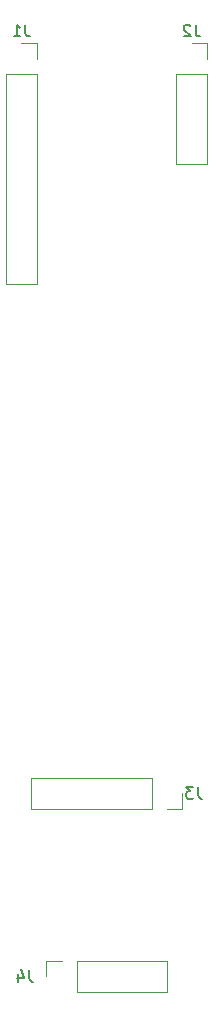
<source format=gbr>
%TF.GenerationSoftware,KiCad,Pcbnew,7.0.7*%
%TF.CreationDate,2023-08-21T13:23:20+01:00*%
%TF.ProjectId,QuadEnv_Components_2,51756164-456e-4765-9f43-6f6d706f6e65,rev?*%
%TF.SameCoordinates,Original*%
%TF.FileFunction,Legend,Bot*%
%TF.FilePolarity,Positive*%
%FSLAX46Y46*%
G04 Gerber Fmt 4.6, Leading zero omitted, Abs format (unit mm)*
G04 Created by KiCad (PCBNEW 7.0.7) date 2023-08-21 13:23:20*
%MOMM*%
%LPD*%
G01*
G04 APERTURE LIST*
%ADD10C,0.150000*%
%ADD11C,0.120000*%
G04 APERTURE END LIST*
D10*
X52533333Y-72124819D02*
X52533333Y-72839104D01*
X52533333Y-72839104D02*
X52580952Y-72981961D01*
X52580952Y-72981961D02*
X52676190Y-73077200D01*
X52676190Y-73077200D02*
X52819047Y-73124819D01*
X52819047Y-73124819D02*
X52914285Y-73124819D01*
X51533333Y-73124819D02*
X52104761Y-73124819D01*
X51819047Y-73124819D02*
X51819047Y-72124819D01*
X51819047Y-72124819D02*
X51914285Y-72267676D01*
X51914285Y-72267676D02*
X52009523Y-72362914D01*
X52009523Y-72362914D02*
X52104761Y-72410533D01*
X52833333Y-152154819D02*
X52833333Y-152869104D01*
X52833333Y-152869104D02*
X52880952Y-153011961D01*
X52880952Y-153011961D02*
X52976190Y-153107200D01*
X52976190Y-153107200D02*
X53119047Y-153154819D01*
X53119047Y-153154819D02*
X53214285Y-153154819D01*
X51928571Y-152488152D02*
X51928571Y-153154819D01*
X52166666Y-152107200D02*
X52404761Y-152821485D01*
X52404761Y-152821485D02*
X51785714Y-152821485D01*
X66933333Y-72124819D02*
X66933333Y-72839104D01*
X66933333Y-72839104D02*
X66980952Y-72981961D01*
X66980952Y-72981961D02*
X67076190Y-73077200D01*
X67076190Y-73077200D02*
X67219047Y-73124819D01*
X67219047Y-73124819D02*
X67314285Y-73124819D01*
X66504761Y-72220057D02*
X66457142Y-72172438D01*
X66457142Y-72172438D02*
X66361904Y-72124819D01*
X66361904Y-72124819D02*
X66123809Y-72124819D01*
X66123809Y-72124819D02*
X66028571Y-72172438D01*
X66028571Y-72172438D02*
X65980952Y-72220057D01*
X65980952Y-72220057D02*
X65933333Y-72315295D01*
X65933333Y-72315295D02*
X65933333Y-72410533D01*
X65933333Y-72410533D02*
X65980952Y-72553390D01*
X65980952Y-72553390D02*
X66552380Y-73124819D01*
X66552380Y-73124819D02*
X65933333Y-73124819D01*
X67143333Y-136654819D02*
X67143333Y-137369104D01*
X67143333Y-137369104D02*
X67190952Y-137511961D01*
X67190952Y-137511961D02*
X67286190Y-137607200D01*
X67286190Y-137607200D02*
X67429047Y-137654819D01*
X67429047Y-137654819D02*
X67524285Y-137654819D01*
X66762380Y-136654819D02*
X66143333Y-136654819D01*
X66143333Y-136654819D02*
X66476666Y-137035771D01*
X66476666Y-137035771D02*
X66333809Y-137035771D01*
X66333809Y-137035771D02*
X66238571Y-137083390D01*
X66238571Y-137083390D02*
X66190952Y-137131009D01*
X66190952Y-137131009D02*
X66143333Y-137226247D01*
X66143333Y-137226247D02*
X66143333Y-137464342D01*
X66143333Y-137464342D02*
X66190952Y-137559580D01*
X66190952Y-137559580D02*
X66238571Y-137607200D01*
X66238571Y-137607200D02*
X66333809Y-137654819D01*
X66333809Y-137654819D02*
X66619523Y-137654819D01*
X66619523Y-137654819D02*
X66714761Y-137607200D01*
X66714761Y-137607200D02*
X66762380Y-137559580D01*
D11*
%TO.C,J1*%
X53530000Y-94110000D02*
X50870000Y-94110000D01*
X53530000Y-76270000D02*
X53530000Y-94110000D01*
X53530000Y-76270000D02*
X50870000Y-76270000D01*
X53530000Y-75000000D02*
X53530000Y-73670000D01*
X53530000Y-73670000D02*
X52200000Y-73670000D01*
X50870000Y-76270000D02*
X50870000Y-94110000D01*
%TO.C,J4*%
X64550000Y-151370000D02*
X64550000Y-154030000D01*
X56870000Y-151370000D02*
X64550000Y-151370000D01*
X56870000Y-151370000D02*
X56870000Y-154030000D01*
X55600000Y-151370000D02*
X54270000Y-151370000D01*
X54270000Y-151370000D02*
X54270000Y-152700000D01*
X56870000Y-154030000D02*
X64550000Y-154030000D01*
%TO.C,J2*%
X67930000Y-83950000D02*
X65270000Y-83950000D01*
X67930000Y-76270000D02*
X67930000Y-83950000D01*
X67930000Y-76270000D02*
X65270000Y-76270000D01*
X67930000Y-75000000D02*
X67930000Y-73670000D01*
X67930000Y-73670000D02*
X66600000Y-73670000D01*
X65270000Y-76270000D02*
X65270000Y-83950000D01*
%TO.C,J3*%
X52990000Y-138530000D02*
X52990000Y-135870000D01*
X63210000Y-138530000D02*
X52990000Y-138530000D01*
X63210000Y-138530000D02*
X63210000Y-135870000D01*
X64480000Y-138530000D02*
X65810000Y-138530000D01*
X65810000Y-138530000D02*
X65810000Y-137200000D01*
X63210000Y-135870000D02*
X52990000Y-135870000D01*
%TD*%
M02*

</source>
